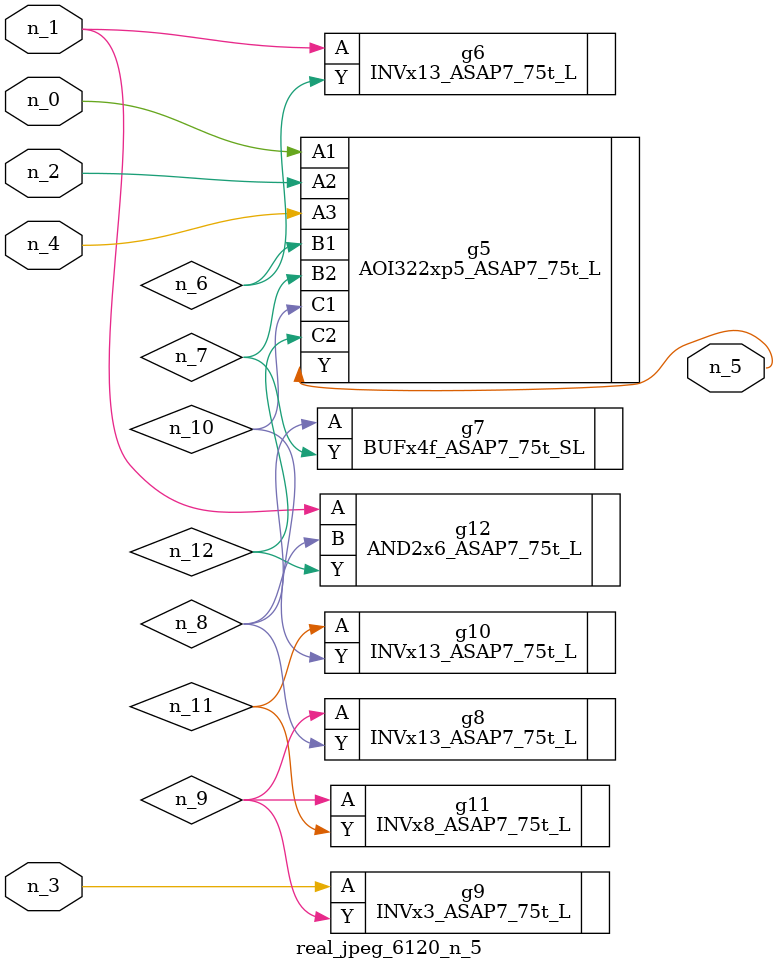
<source format=v>
module real_jpeg_6120_n_5 (n_4, n_0, n_1, n_2, n_3, n_5);

input n_4;
input n_0;
input n_1;
input n_2;
input n_3;

output n_5;

wire n_12;
wire n_8;
wire n_11;
wire n_6;
wire n_7;
wire n_10;
wire n_9;

AOI322xp5_ASAP7_75t_L g5 ( 
.A1(n_0),
.A2(n_2),
.A3(n_4),
.B1(n_6),
.B2(n_7),
.C1(n_10),
.C2(n_12),
.Y(n_5)
);

INVx13_ASAP7_75t_L g6 ( 
.A(n_1),
.Y(n_6)
);

AND2x6_ASAP7_75t_L g12 ( 
.A(n_1),
.B(n_8),
.Y(n_12)
);

INVx3_ASAP7_75t_L g9 ( 
.A(n_3),
.Y(n_9)
);

BUFx4f_ASAP7_75t_SL g7 ( 
.A(n_8),
.Y(n_7)
);

INVx13_ASAP7_75t_L g8 ( 
.A(n_9),
.Y(n_8)
);

INVx8_ASAP7_75t_L g11 ( 
.A(n_9),
.Y(n_11)
);

INVx13_ASAP7_75t_L g10 ( 
.A(n_11),
.Y(n_10)
);


endmodule
</source>
